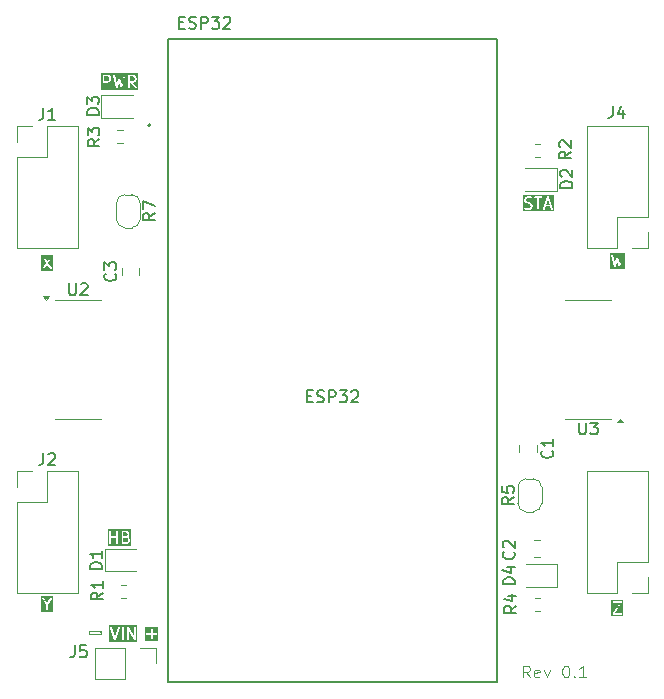
<source format=gbr>
%TF.GenerationSoftware,KiCad,Pcbnew,9.0.0*%
%TF.CreationDate,2025-02-22T16:31:39-08:00*%
%TF.ProjectId,TouchDRO,546f7563-6844-4524-9f2e-6b696361645f,0.1*%
%TF.SameCoordinates,Original*%
%TF.FileFunction,Legend,Top*%
%TF.FilePolarity,Positive*%
%FSLAX46Y46*%
G04 Gerber Fmt 4.6, Leading zero omitted, Abs format (unit mm)*
G04 Created by KiCad (PCBNEW 9.0.0) date 2025-02-22 16:31:39*
%MOMM*%
%LPD*%
G01*
G04 APERTURE LIST*
%ADD10C,0.150000*%
%ADD11C,0.125000*%
%ADD12C,0.120000*%
%ADD13C,0.127000*%
%ADD14C,0.200000*%
G04 APERTURE END LIST*
D10*
G36*
X58932489Y-89211621D02*
G01*
X57801244Y-89211621D01*
X57801244Y-88631367D01*
X57912355Y-88631367D01*
X57912355Y-88660631D01*
X57923554Y-88687667D01*
X57944246Y-88708359D01*
X57971282Y-88719558D01*
X57985914Y-88720999D01*
X58291866Y-88720999D01*
X58291866Y-89026951D01*
X58293307Y-89041583D01*
X58304506Y-89068619D01*
X58325198Y-89089311D01*
X58352234Y-89100510D01*
X58381498Y-89100510D01*
X58408534Y-89089311D01*
X58429226Y-89068619D01*
X58440425Y-89041583D01*
X58441866Y-89026951D01*
X58441866Y-88720999D01*
X58747819Y-88720999D01*
X58762451Y-88719558D01*
X58789487Y-88708359D01*
X58810179Y-88687667D01*
X58821378Y-88660631D01*
X58821378Y-88631367D01*
X58810179Y-88604331D01*
X58789487Y-88583639D01*
X58762451Y-88572440D01*
X58747819Y-88570999D01*
X58441866Y-88570999D01*
X58441866Y-88265047D01*
X58440425Y-88250415D01*
X58429226Y-88223379D01*
X58408534Y-88202687D01*
X58381498Y-88191488D01*
X58352234Y-88191488D01*
X58325198Y-88202687D01*
X58304506Y-88223379D01*
X58293307Y-88250415D01*
X58291866Y-88265047D01*
X58291866Y-88570999D01*
X57985914Y-88570999D01*
X57971282Y-88572440D01*
X57944246Y-88583639D01*
X57923554Y-88604331D01*
X57912355Y-88631367D01*
X57801244Y-88631367D01*
X57801244Y-88080377D01*
X58932489Y-88080377D01*
X58932489Y-89211621D01*
G37*
D11*
X90384571Y-92327119D02*
X90051238Y-91850928D01*
X89813143Y-92327119D02*
X89813143Y-91327119D01*
X89813143Y-91327119D02*
X90194095Y-91327119D01*
X90194095Y-91327119D02*
X90289333Y-91374738D01*
X90289333Y-91374738D02*
X90336952Y-91422357D01*
X90336952Y-91422357D02*
X90384571Y-91517595D01*
X90384571Y-91517595D02*
X90384571Y-91660452D01*
X90384571Y-91660452D02*
X90336952Y-91755690D01*
X90336952Y-91755690D02*
X90289333Y-91803309D01*
X90289333Y-91803309D02*
X90194095Y-91850928D01*
X90194095Y-91850928D02*
X89813143Y-91850928D01*
X91194095Y-92279500D02*
X91098857Y-92327119D01*
X91098857Y-92327119D02*
X90908381Y-92327119D01*
X90908381Y-92327119D02*
X90813143Y-92279500D01*
X90813143Y-92279500D02*
X90765524Y-92184261D01*
X90765524Y-92184261D02*
X90765524Y-91803309D01*
X90765524Y-91803309D02*
X90813143Y-91708071D01*
X90813143Y-91708071D02*
X90908381Y-91660452D01*
X90908381Y-91660452D02*
X91098857Y-91660452D01*
X91098857Y-91660452D02*
X91194095Y-91708071D01*
X91194095Y-91708071D02*
X91241714Y-91803309D01*
X91241714Y-91803309D02*
X91241714Y-91898547D01*
X91241714Y-91898547D02*
X90765524Y-91993785D01*
X91575048Y-91660452D02*
X91813143Y-92327119D01*
X91813143Y-92327119D02*
X92051238Y-91660452D01*
X93384572Y-91327119D02*
X93479810Y-91327119D01*
X93479810Y-91327119D02*
X93575048Y-91374738D01*
X93575048Y-91374738D02*
X93622667Y-91422357D01*
X93622667Y-91422357D02*
X93670286Y-91517595D01*
X93670286Y-91517595D02*
X93717905Y-91708071D01*
X93717905Y-91708071D02*
X93717905Y-91946166D01*
X93717905Y-91946166D02*
X93670286Y-92136642D01*
X93670286Y-92136642D02*
X93622667Y-92231880D01*
X93622667Y-92231880D02*
X93575048Y-92279500D01*
X93575048Y-92279500D02*
X93479810Y-92327119D01*
X93479810Y-92327119D02*
X93384572Y-92327119D01*
X93384572Y-92327119D02*
X93289334Y-92279500D01*
X93289334Y-92279500D02*
X93241715Y-92231880D01*
X93241715Y-92231880D02*
X93194096Y-92136642D01*
X93194096Y-92136642D02*
X93146477Y-91946166D01*
X93146477Y-91946166D02*
X93146477Y-91708071D01*
X93146477Y-91708071D02*
X93194096Y-91517595D01*
X93194096Y-91517595D02*
X93241715Y-91422357D01*
X93241715Y-91422357D02*
X93289334Y-91374738D01*
X93289334Y-91374738D02*
X93384572Y-91327119D01*
X94146477Y-92231880D02*
X94194096Y-92279500D01*
X94194096Y-92279500D02*
X94146477Y-92327119D01*
X94146477Y-92327119D02*
X94098858Y-92279500D01*
X94098858Y-92279500D02*
X94146477Y-92231880D01*
X94146477Y-92231880D02*
X94146477Y-92327119D01*
X95146476Y-92327119D02*
X94575048Y-92327119D01*
X94860762Y-92327119D02*
X94860762Y-91327119D01*
X94860762Y-91327119D02*
X94765524Y-91469976D01*
X94765524Y-91469976D02*
X94670286Y-91565214D01*
X94670286Y-91565214D02*
X94575048Y-91612833D01*
D10*
G36*
X54159621Y-88758244D02*
G01*
X53028377Y-88758244D01*
X53028377Y-88557501D01*
X53139488Y-88557501D01*
X53139488Y-88586765D01*
X53150687Y-88613801D01*
X53171379Y-88634493D01*
X53198415Y-88645692D01*
X53213047Y-88647133D01*
X53974951Y-88647133D01*
X53989583Y-88645692D01*
X54016619Y-88634493D01*
X54037311Y-88613801D01*
X54048510Y-88586765D01*
X54048510Y-88557501D01*
X54037311Y-88530465D01*
X54016619Y-88509773D01*
X53989583Y-88498574D01*
X53974951Y-88497133D01*
X53213047Y-88497133D01*
X53198415Y-88498574D01*
X53171379Y-88509773D01*
X53150687Y-88530465D01*
X53139488Y-88557501D01*
X53028377Y-88557501D01*
X53028377Y-88386022D01*
X54159621Y-88386022D01*
X54159621Y-88758244D01*
G37*
X92260380Y-73115466D02*
X92308000Y-73163085D01*
X92308000Y-73163085D02*
X92355619Y-73305942D01*
X92355619Y-73305942D02*
X92355619Y-73401180D01*
X92355619Y-73401180D02*
X92308000Y-73544037D01*
X92308000Y-73544037D02*
X92212761Y-73639275D01*
X92212761Y-73639275D02*
X92117523Y-73686894D01*
X92117523Y-73686894D02*
X91927047Y-73734513D01*
X91927047Y-73734513D02*
X91784190Y-73734513D01*
X91784190Y-73734513D02*
X91593714Y-73686894D01*
X91593714Y-73686894D02*
X91498476Y-73639275D01*
X91498476Y-73639275D02*
X91403238Y-73544037D01*
X91403238Y-73544037D02*
X91355619Y-73401180D01*
X91355619Y-73401180D02*
X91355619Y-73305942D01*
X91355619Y-73305942D02*
X91403238Y-73163085D01*
X91403238Y-73163085D02*
X91450857Y-73115466D01*
X92355619Y-72163085D02*
X92355619Y-72734513D01*
X92355619Y-72448799D02*
X91355619Y-72448799D01*
X91355619Y-72448799D02*
X91498476Y-72544037D01*
X91498476Y-72544037D02*
X91593714Y-72639275D01*
X91593714Y-72639275D02*
X91641333Y-72734513D01*
X53896419Y-44680094D02*
X52896419Y-44680094D01*
X52896419Y-44680094D02*
X52896419Y-44441999D01*
X52896419Y-44441999D02*
X52944038Y-44299142D01*
X52944038Y-44299142D02*
X53039276Y-44203904D01*
X53039276Y-44203904D02*
X53134514Y-44156285D01*
X53134514Y-44156285D02*
X53324990Y-44108666D01*
X53324990Y-44108666D02*
X53467847Y-44108666D01*
X53467847Y-44108666D02*
X53658323Y-44156285D01*
X53658323Y-44156285D02*
X53753561Y-44203904D01*
X53753561Y-44203904D02*
X53848800Y-44299142D01*
X53848800Y-44299142D02*
X53896419Y-44441999D01*
X53896419Y-44441999D02*
X53896419Y-44680094D01*
X52896419Y-43775332D02*
X52896419Y-43156285D01*
X52896419Y-43156285D02*
X53277371Y-43489618D01*
X53277371Y-43489618D02*
X53277371Y-43346761D01*
X53277371Y-43346761D02*
X53324990Y-43251523D01*
X53324990Y-43251523D02*
X53372609Y-43203904D01*
X53372609Y-43203904D02*
X53467847Y-43156285D01*
X53467847Y-43156285D02*
X53705942Y-43156285D01*
X53705942Y-43156285D02*
X53801180Y-43203904D01*
X53801180Y-43203904D02*
X53848800Y-43251523D01*
X53848800Y-43251523D02*
X53896419Y-43346761D01*
X53896419Y-43346761D02*
X53896419Y-43632475D01*
X53896419Y-43632475D02*
X53848800Y-43727713D01*
X53848800Y-43727713D02*
X53801180Y-43775332D01*
G36*
X56867287Y-41474077D02*
G01*
X56897694Y-41504484D01*
X56931952Y-41573000D01*
X56931952Y-41680447D01*
X56897694Y-41748963D01*
X56867287Y-41779370D01*
X56798771Y-41813628D01*
X56510524Y-41813628D01*
X56510524Y-41439819D01*
X56798771Y-41439819D01*
X56867287Y-41474077D01*
G37*
G36*
X54724430Y-41474077D02*
G01*
X54754837Y-41504484D01*
X54789095Y-41573000D01*
X54789095Y-41680447D01*
X54754837Y-41748963D01*
X54724430Y-41779370D01*
X54655914Y-41813628D01*
X54367667Y-41813628D01*
X54367667Y-41439819D01*
X54655914Y-41439819D01*
X54724430Y-41474077D01*
G37*
G36*
X57193063Y-42550913D02*
G01*
X54106556Y-42550913D01*
X54106556Y-41364819D01*
X54217667Y-41364819D01*
X54217667Y-42364819D01*
X54219108Y-42379451D01*
X54230307Y-42406487D01*
X54250999Y-42427179D01*
X54278035Y-42438378D01*
X54307299Y-42438378D01*
X54334335Y-42427179D01*
X54355027Y-42406487D01*
X54366226Y-42379451D01*
X54367667Y-42364819D01*
X54367667Y-41963628D01*
X54673619Y-41963628D01*
X54688251Y-41962187D01*
X54690740Y-41961155D01*
X54693428Y-41960965D01*
X54707160Y-41955710D01*
X54802398Y-41908091D01*
X54808697Y-41904126D01*
X54810525Y-41903369D01*
X54812581Y-41901680D01*
X54814841Y-41900259D01*
X54816140Y-41898760D01*
X54821890Y-41894042D01*
X54869509Y-41846423D01*
X54874227Y-41840673D01*
X54875726Y-41839374D01*
X54877147Y-41837114D01*
X54878836Y-41835058D01*
X54879593Y-41833230D01*
X54883558Y-41826931D01*
X54931177Y-41731693D01*
X54936432Y-41717962D01*
X54936623Y-41715272D01*
X54937654Y-41712784D01*
X54939095Y-41698152D01*
X54939095Y-41555295D01*
X54937654Y-41540663D01*
X54936623Y-41538174D01*
X54936432Y-41535485D01*
X54931177Y-41521754D01*
X54883558Y-41426516D01*
X54879593Y-41420216D01*
X54878836Y-41418389D01*
X54877147Y-41416332D01*
X54875726Y-41414073D01*
X54874227Y-41412773D01*
X54869509Y-41407024D01*
X54830108Y-41367623D01*
X55122481Y-41367623D01*
X55124469Y-41382191D01*
X55362564Y-42382191D01*
X55364293Y-42387210D01*
X55364533Y-42389012D01*
X55365475Y-42390640D01*
X55367354Y-42396091D01*
X55373740Y-42404915D01*
X55379195Y-42414337D01*
X55382252Y-42416677D01*
X55384511Y-42419798D01*
X55393786Y-42425505D01*
X55402433Y-42432124D01*
X55406153Y-42433116D01*
X55409433Y-42435134D01*
X55420187Y-42436858D01*
X55430709Y-42439664D01*
X55434524Y-42439157D01*
X55438328Y-42439767D01*
X55448926Y-42437243D01*
X55459717Y-42435810D01*
X55463048Y-42433881D01*
X55466796Y-42432989D01*
X55475620Y-42426602D01*
X55485042Y-42421148D01*
X55487382Y-42418090D01*
X55490503Y-42415832D01*
X55496210Y-42406556D01*
X55502829Y-42397910D01*
X55504854Y-42392510D01*
X55505839Y-42390910D01*
X55506126Y-42389118D01*
X55507992Y-42384144D01*
X55625999Y-41941613D01*
X55744008Y-42384144D01*
X55745873Y-42389119D01*
X55746161Y-42390910D01*
X55747145Y-42392509D01*
X55749171Y-42397911D01*
X55755791Y-42406559D01*
X55761497Y-42415832D01*
X55764617Y-42418090D01*
X55766958Y-42421148D01*
X55776379Y-42426602D01*
X55785204Y-42432989D01*
X55788951Y-42433881D01*
X55792283Y-42435810D01*
X55803076Y-42437244D01*
X55813672Y-42439767D01*
X55817473Y-42439157D01*
X55821292Y-42439665D01*
X55831823Y-42436856D01*
X55842567Y-42435134D01*
X55845843Y-42433118D01*
X55849567Y-42432125D01*
X55858217Y-42425503D01*
X55867489Y-42419798D01*
X55869747Y-42416677D01*
X55872805Y-42414337D01*
X55878260Y-42404914D01*
X55884646Y-42396091D01*
X55886523Y-42390642D01*
X55887467Y-42389013D01*
X55887706Y-42387209D01*
X55889436Y-42382191D01*
X56127532Y-41382191D01*
X56129520Y-41367623D01*
X56129070Y-41364819D01*
X56360524Y-41364819D01*
X56360524Y-42364819D01*
X56361965Y-42379451D01*
X56373164Y-42406487D01*
X56393856Y-42427179D01*
X56420892Y-42438378D01*
X56450156Y-42438378D01*
X56477192Y-42427179D01*
X56497884Y-42406487D01*
X56509083Y-42379451D01*
X56510524Y-42364819D01*
X56510524Y-41963628D01*
X56634570Y-41963628D01*
X56945510Y-42407829D01*
X56955081Y-42418989D01*
X56979760Y-42434716D01*
X57008577Y-42439802D01*
X57037148Y-42433472D01*
X57061122Y-42416690D01*
X57076849Y-42392012D01*
X57081934Y-42363194D01*
X57075605Y-42334623D01*
X57068395Y-42321810D01*
X56817591Y-41963518D01*
X56831108Y-41962187D01*
X56833597Y-41961155D01*
X56836285Y-41960965D01*
X56850017Y-41955710D01*
X56945255Y-41908091D01*
X56951554Y-41904126D01*
X56953382Y-41903369D01*
X56955438Y-41901680D01*
X56957698Y-41900259D01*
X56958997Y-41898760D01*
X56964747Y-41894042D01*
X57012366Y-41846423D01*
X57017084Y-41840673D01*
X57018583Y-41839374D01*
X57020004Y-41837114D01*
X57021693Y-41835058D01*
X57022450Y-41833230D01*
X57026415Y-41826931D01*
X57074034Y-41731693D01*
X57079289Y-41717962D01*
X57079480Y-41715272D01*
X57080511Y-41712784D01*
X57081952Y-41698152D01*
X57081952Y-41555295D01*
X57080511Y-41540663D01*
X57079480Y-41538174D01*
X57079289Y-41535485D01*
X57074034Y-41521754D01*
X57026415Y-41426516D01*
X57022450Y-41420216D01*
X57021693Y-41418389D01*
X57020004Y-41416332D01*
X57018583Y-41414073D01*
X57017084Y-41412773D01*
X57012366Y-41407024D01*
X56964747Y-41359405D01*
X56958997Y-41354686D01*
X56957698Y-41353188D01*
X56955438Y-41351766D01*
X56953382Y-41350078D01*
X56951554Y-41349320D01*
X56945255Y-41345356D01*
X56850017Y-41297737D01*
X56836285Y-41292482D01*
X56833597Y-41292291D01*
X56831108Y-41291260D01*
X56816476Y-41289819D01*
X56435524Y-41289819D01*
X56420892Y-41291260D01*
X56393856Y-41302459D01*
X56373164Y-41323151D01*
X56361965Y-41350187D01*
X56360524Y-41364819D01*
X56129070Y-41364819D01*
X56124887Y-41338728D01*
X56109551Y-41313806D01*
X56085844Y-41296650D01*
X56057376Y-41289871D01*
X56028481Y-41294504D01*
X56003559Y-41309840D01*
X55986402Y-41333547D01*
X55981612Y-41347448D01*
X55812359Y-42058303D01*
X55698468Y-41631208D01*
X55697182Y-41627780D01*
X55696991Y-41626339D01*
X55695999Y-41624626D01*
X55693305Y-41617442D01*
X55687290Y-41609583D01*
X55682329Y-41601015D01*
X55678470Y-41598061D01*
X55675518Y-41594204D01*
X55666953Y-41589245D01*
X55659091Y-41583227D01*
X55654394Y-41581974D01*
X55650193Y-41579542D01*
X55640386Y-41578239D01*
X55630816Y-41575687D01*
X55625997Y-41576327D01*
X55621185Y-41575688D01*
X55611624Y-41578237D01*
X55601807Y-41579542D01*
X55597601Y-41581976D01*
X55592909Y-41583228D01*
X55585049Y-41589243D01*
X55576482Y-41594204D01*
X55573528Y-41598062D01*
X55569671Y-41601015D01*
X55564712Y-41609580D01*
X55558695Y-41617441D01*
X55555998Y-41624630D01*
X55555009Y-41626340D01*
X55554817Y-41627779D01*
X55553532Y-41631208D01*
X55439640Y-42058303D01*
X55270389Y-41347447D01*
X55265599Y-41333547D01*
X55248442Y-41309840D01*
X55223520Y-41294504D01*
X55194625Y-41289871D01*
X55166157Y-41296649D01*
X55142450Y-41313806D01*
X55127114Y-41338728D01*
X55122481Y-41367623D01*
X54830108Y-41367623D01*
X54821890Y-41359405D01*
X54816140Y-41354686D01*
X54814841Y-41353188D01*
X54812581Y-41351766D01*
X54810525Y-41350078D01*
X54808697Y-41349320D01*
X54802398Y-41345356D01*
X54707160Y-41297737D01*
X54693428Y-41292482D01*
X54690740Y-41292291D01*
X54688251Y-41291260D01*
X54673619Y-41289819D01*
X54292667Y-41289819D01*
X54278035Y-41291260D01*
X54250999Y-41302459D01*
X54230307Y-41323151D01*
X54219108Y-41350187D01*
X54217667Y-41364819D01*
X54106556Y-41364819D01*
X54106556Y-41178708D01*
X57193063Y-41178708D01*
X57193063Y-42550913D01*
G37*
X54150419Y-83135694D02*
X53150419Y-83135694D01*
X53150419Y-83135694D02*
X53150419Y-82897599D01*
X53150419Y-82897599D02*
X53198038Y-82754742D01*
X53198038Y-82754742D02*
X53293276Y-82659504D01*
X53293276Y-82659504D02*
X53388514Y-82611885D01*
X53388514Y-82611885D02*
X53578990Y-82564266D01*
X53578990Y-82564266D02*
X53721847Y-82564266D01*
X53721847Y-82564266D02*
X53912323Y-82611885D01*
X53912323Y-82611885D02*
X54007561Y-82659504D01*
X54007561Y-82659504D02*
X54102800Y-82754742D01*
X54102800Y-82754742D02*
X54150419Y-82897599D01*
X54150419Y-82897599D02*
X54150419Y-83135694D01*
X54150419Y-81611885D02*
X54150419Y-82183313D01*
X54150419Y-81897599D02*
X53150419Y-81897599D01*
X53150419Y-81897599D02*
X53293276Y-81992837D01*
X53293276Y-81992837D02*
X53388514Y-82088075D01*
X53388514Y-82088075D02*
X53436133Y-82183313D01*
G36*
X56323581Y-80562180D02*
G01*
X56350075Y-80588674D01*
X56384333Y-80657190D01*
X56384333Y-80764637D01*
X56350074Y-80833153D01*
X56319667Y-80863561D01*
X56251152Y-80897819D01*
X55962905Y-80897819D01*
X55962905Y-80524009D01*
X56209068Y-80524009D01*
X56323581Y-80562180D01*
G37*
G36*
X56272049Y-80082077D02*
G01*
X56302456Y-80112484D01*
X56336714Y-80181000D01*
X56336714Y-80240828D01*
X56302456Y-80309344D01*
X56272049Y-80339751D01*
X56203533Y-80374009D01*
X55962905Y-80374009D01*
X55962905Y-80047819D01*
X56203533Y-80047819D01*
X56272049Y-80082077D01*
G37*
G36*
X56645444Y-81158930D02*
G01*
X54654175Y-81158930D01*
X54654175Y-79972819D01*
X54765286Y-79972819D01*
X54765286Y-80972819D01*
X54766727Y-80987451D01*
X54777926Y-81014487D01*
X54798618Y-81035179D01*
X54825654Y-81046378D01*
X54854918Y-81046378D01*
X54881954Y-81035179D01*
X54902646Y-81014487D01*
X54913845Y-80987451D01*
X54915286Y-80972819D01*
X54915286Y-80524009D01*
X55336714Y-80524009D01*
X55336714Y-80972819D01*
X55338155Y-80987451D01*
X55349354Y-81014487D01*
X55370046Y-81035179D01*
X55397082Y-81046378D01*
X55426346Y-81046378D01*
X55453382Y-81035179D01*
X55474074Y-81014487D01*
X55485273Y-80987451D01*
X55486714Y-80972819D01*
X55486714Y-79972819D01*
X55812905Y-79972819D01*
X55812905Y-80972819D01*
X55814346Y-80987451D01*
X55825545Y-81014487D01*
X55846237Y-81035179D01*
X55873273Y-81046378D01*
X55887905Y-81047819D01*
X56268857Y-81047819D01*
X56283489Y-81046378D01*
X56285978Y-81045346D01*
X56288666Y-81045156D01*
X56302398Y-81039901D01*
X56397636Y-80992282D01*
X56403935Y-80988317D01*
X56405763Y-80987560D01*
X56407819Y-80985872D01*
X56410079Y-80984450D01*
X56411379Y-80982950D01*
X56417129Y-80978232D01*
X56464747Y-80930613D01*
X56469465Y-80924863D01*
X56470964Y-80923564D01*
X56472385Y-80921305D01*
X56474075Y-80919247D01*
X56474832Y-80917417D01*
X56478796Y-80911121D01*
X56526415Y-80815883D01*
X56531670Y-80802152D01*
X56531861Y-80799462D01*
X56532892Y-80796974D01*
X56534333Y-80782342D01*
X56534333Y-80639485D01*
X56532892Y-80624853D01*
X56531861Y-80622364D01*
X56531670Y-80619675D01*
X56526415Y-80605944D01*
X56478796Y-80510706D01*
X56474831Y-80504406D01*
X56474074Y-80502579D01*
X56472385Y-80500522D01*
X56470964Y-80498263D01*
X56469465Y-80496963D01*
X56464747Y-80491214D01*
X56417128Y-80443595D01*
X56405763Y-80434268D01*
X56403272Y-80433236D01*
X56401237Y-80431471D01*
X56395169Y-80428762D01*
X56417128Y-80406804D01*
X56421846Y-80401054D01*
X56423345Y-80399755D01*
X56424766Y-80397495D01*
X56426455Y-80395439D01*
X56427212Y-80393611D01*
X56431177Y-80387312D01*
X56478796Y-80292074D01*
X56484051Y-80278343D01*
X56484242Y-80275653D01*
X56485273Y-80273165D01*
X56486714Y-80258533D01*
X56486714Y-80163295D01*
X56485273Y-80148663D01*
X56484242Y-80146174D01*
X56484051Y-80143485D01*
X56478796Y-80129754D01*
X56431177Y-80034516D01*
X56427212Y-80028216D01*
X56426455Y-80026389D01*
X56424766Y-80024332D01*
X56423345Y-80022073D01*
X56421846Y-80020773D01*
X56417128Y-80015024D01*
X56369509Y-79967405D01*
X56363759Y-79962686D01*
X56362460Y-79961188D01*
X56360200Y-79959766D01*
X56358144Y-79958078D01*
X56356316Y-79957320D01*
X56350017Y-79953356D01*
X56254779Y-79905737D01*
X56241047Y-79900482D01*
X56238359Y-79900291D01*
X56235870Y-79899260D01*
X56221238Y-79897819D01*
X55887905Y-79897819D01*
X55873273Y-79899260D01*
X55846237Y-79910459D01*
X55825545Y-79931151D01*
X55814346Y-79958187D01*
X55812905Y-79972819D01*
X55486714Y-79972819D01*
X55485273Y-79958187D01*
X55474074Y-79931151D01*
X55453382Y-79910459D01*
X55426346Y-79899260D01*
X55397082Y-79899260D01*
X55370046Y-79910459D01*
X55349354Y-79931151D01*
X55338155Y-79958187D01*
X55336714Y-79972819D01*
X55336714Y-80374009D01*
X54915286Y-80374009D01*
X54915286Y-79972819D01*
X54913845Y-79958187D01*
X54902646Y-79931151D01*
X54881954Y-79910459D01*
X54854918Y-79899260D01*
X54825654Y-79899260D01*
X54798618Y-79910459D01*
X54777926Y-79931151D01*
X54766727Y-79958187D01*
X54765286Y-79972819D01*
X54654175Y-79972819D01*
X54654175Y-79786708D01*
X56645444Y-79786708D01*
X56645444Y-81158930D01*
G37*
X97405866Y-43955619D02*
X97405866Y-44669904D01*
X97405866Y-44669904D02*
X97358247Y-44812761D01*
X97358247Y-44812761D02*
X97263009Y-44908000D01*
X97263009Y-44908000D02*
X97120152Y-44955619D01*
X97120152Y-44955619D02*
X97024914Y-44955619D01*
X98310628Y-44288952D02*
X98310628Y-44955619D01*
X98072533Y-43908000D02*
X97834438Y-44622285D01*
X97834438Y-44622285D02*
X98453485Y-44622285D01*
G36*
X98404631Y-57740078D02*
G01*
X97175370Y-57740078D01*
X97175370Y-56556823D01*
X97286481Y-56556823D01*
X97288469Y-56571391D01*
X97526564Y-57571391D01*
X97528293Y-57576410D01*
X97528533Y-57578212D01*
X97529475Y-57579840D01*
X97531354Y-57585291D01*
X97537740Y-57594115D01*
X97543195Y-57603537D01*
X97546252Y-57605877D01*
X97548511Y-57608998D01*
X97557786Y-57614705D01*
X97566433Y-57621324D01*
X97570153Y-57622316D01*
X97573433Y-57624334D01*
X97584187Y-57626058D01*
X97594709Y-57628864D01*
X97598524Y-57628357D01*
X97602328Y-57628967D01*
X97612926Y-57626443D01*
X97623717Y-57625010D01*
X97627048Y-57623081D01*
X97630796Y-57622189D01*
X97639620Y-57615802D01*
X97649042Y-57610348D01*
X97651382Y-57607290D01*
X97654503Y-57605032D01*
X97660210Y-57595756D01*
X97666829Y-57587110D01*
X97668854Y-57581710D01*
X97669839Y-57580110D01*
X97670126Y-57578318D01*
X97671992Y-57573344D01*
X97789999Y-57130813D01*
X97908008Y-57573344D01*
X97909873Y-57578319D01*
X97910161Y-57580110D01*
X97911145Y-57581709D01*
X97913171Y-57587111D01*
X97919791Y-57595759D01*
X97925497Y-57605032D01*
X97928617Y-57607290D01*
X97930958Y-57610348D01*
X97940379Y-57615802D01*
X97949204Y-57622189D01*
X97952951Y-57623081D01*
X97956283Y-57625010D01*
X97967076Y-57626444D01*
X97977672Y-57628967D01*
X97981473Y-57628357D01*
X97985292Y-57628865D01*
X97995823Y-57626056D01*
X98006567Y-57624334D01*
X98009843Y-57622318D01*
X98013567Y-57621325D01*
X98022217Y-57614703D01*
X98031489Y-57608998D01*
X98033747Y-57605877D01*
X98036805Y-57603537D01*
X98042260Y-57594114D01*
X98048646Y-57585291D01*
X98050523Y-57579842D01*
X98051467Y-57578213D01*
X98051706Y-57576409D01*
X98053436Y-57571391D01*
X98291532Y-56571391D01*
X98293520Y-56556823D01*
X98288887Y-56527928D01*
X98273551Y-56503006D01*
X98249844Y-56485850D01*
X98221376Y-56479071D01*
X98192481Y-56483704D01*
X98167559Y-56499040D01*
X98150402Y-56522747D01*
X98145612Y-56536648D01*
X97976359Y-57247503D01*
X97862468Y-56820408D01*
X97861182Y-56816980D01*
X97860991Y-56815539D01*
X97859999Y-56813826D01*
X97857305Y-56806642D01*
X97851290Y-56798783D01*
X97846329Y-56790215D01*
X97842470Y-56787261D01*
X97839518Y-56783404D01*
X97830953Y-56778445D01*
X97823091Y-56772427D01*
X97818394Y-56771174D01*
X97814193Y-56768742D01*
X97804386Y-56767439D01*
X97794816Y-56764887D01*
X97789997Y-56765527D01*
X97785185Y-56764888D01*
X97775624Y-56767437D01*
X97765807Y-56768742D01*
X97761601Y-56771176D01*
X97756909Y-56772428D01*
X97749049Y-56778443D01*
X97740482Y-56783404D01*
X97737528Y-56787262D01*
X97733671Y-56790215D01*
X97728712Y-56798780D01*
X97722695Y-56806641D01*
X97719998Y-56813830D01*
X97719009Y-56815540D01*
X97718817Y-56816979D01*
X97717532Y-56820408D01*
X97603640Y-57247503D01*
X97434389Y-56536647D01*
X97429599Y-56522747D01*
X97412442Y-56499040D01*
X97387520Y-56483704D01*
X97358625Y-56479071D01*
X97330157Y-56485849D01*
X97306450Y-56503006D01*
X97291114Y-56527928D01*
X97286481Y-56556823D01*
X97175370Y-56556823D01*
X97175370Y-56367960D01*
X98404631Y-56367960D01*
X98404631Y-57740078D01*
G37*
X60692143Y-36876009D02*
X61025476Y-36876009D01*
X61168333Y-37399819D02*
X60692143Y-37399819D01*
X60692143Y-37399819D02*
X60692143Y-36399819D01*
X60692143Y-36399819D02*
X61168333Y-36399819D01*
X61549286Y-37352200D02*
X61692143Y-37399819D01*
X61692143Y-37399819D02*
X61930238Y-37399819D01*
X61930238Y-37399819D02*
X62025476Y-37352200D01*
X62025476Y-37352200D02*
X62073095Y-37304580D01*
X62073095Y-37304580D02*
X62120714Y-37209342D01*
X62120714Y-37209342D02*
X62120714Y-37114104D01*
X62120714Y-37114104D02*
X62073095Y-37018866D01*
X62073095Y-37018866D02*
X62025476Y-36971247D01*
X62025476Y-36971247D02*
X61930238Y-36923628D01*
X61930238Y-36923628D02*
X61739762Y-36876009D01*
X61739762Y-36876009D02*
X61644524Y-36828390D01*
X61644524Y-36828390D02*
X61596905Y-36780771D01*
X61596905Y-36780771D02*
X61549286Y-36685533D01*
X61549286Y-36685533D02*
X61549286Y-36590295D01*
X61549286Y-36590295D02*
X61596905Y-36495057D01*
X61596905Y-36495057D02*
X61644524Y-36447438D01*
X61644524Y-36447438D02*
X61739762Y-36399819D01*
X61739762Y-36399819D02*
X61977857Y-36399819D01*
X61977857Y-36399819D02*
X62120714Y-36447438D01*
X62549286Y-37399819D02*
X62549286Y-36399819D01*
X62549286Y-36399819D02*
X62930238Y-36399819D01*
X62930238Y-36399819D02*
X63025476Y-36447438D01*
X63025476Y-36447438D02*
X63073095Y-36495057D01*
X63073095Y-36495057D02*
X63120714Y-36590295D01*
X63120714Y-36590295D02*
X63120714Y-36733152D01*
X63120714Y-36733152D02*
X63073095Y-36828390D01*
X63073095Y-36828390D02*
X63025476Y-36876009D01*
X63025476Y-36876009D02*
X62930238Y-36923628D01*
X62930238Y-36923628D02*
X62549286Y-36923628D01*
X63454048Y-36399819D02*
X64073095Y-36399819D01*
X64073095Y-36399819D02*
X63739762Y-36780771D01*
X63739762Y-36780771D02*
X63882619Y-36780771D01*
X63882619Y-36780771D02*
X63977857Y-36828390D01*
X63977857Y-36828390D02*
X64025476Y-36876009D01*
X64025476Y-36876009D02*
X64073095Y-36971247D01*
X64073095Y-36971247D02*
X64073095Y-37209342D01*
X64073095Y-37209342D02*
X64025476Y-37304580D01*
X64025476Y-37304580D02*
X63977857Y-37352200D01*
X63977857Y-37352200D02*
X63882619Y-37399819D01*
X63882619Y-37399819D02*
X63596905Y-37399819D01*
X63596905Y-37399819D02*
X63501667Y-37352200D01*
X63501667Y-37352200D02*
X63454048Y-37304580D01*
X64454048Y-36495057D02*
X64501667Y-36447438D01*
X64501667Y-36447438D02*
X64596905Y-36399819D01*
X64596905Y-36399819D02*
X64835000Y-36399819D01*
X64835000Y-36399819D02*
X64930238Y-36447438D01*
X64930238Y-36447438D02*
X64977857Y-36495057D01*
X64977857Y-36495057D02*
X65025476Y-36590295D01*
X65025476Y-36590295D02*
X65025476Y-36685533D01*
X65025476Y-36685533D02*
X64977857Y-36828390D01*
X64977857Y-36828390D02*
X64406429Y-37399819D01*
X64406429Y-37399819D02*
X65025476Y-37399819D01*
X71517143Y-68511009D02*
X71850476Y-68511009D01*
X71993333Y-69034819D02*
X71517143Y-69034819D01*
X71517143Y-69034819D02*
X71517143Y-68034819D01*
X71517143Y-68034819D02*
X71993333Y-68034819D01*
X72374286Y-68987200D02*
X72517143Y-69034819D01*
X72517143Y-69034819D02*
X72755238Y-69034819D01*
X72755238Y-69034819D02*
X72850476Y-68987200D01*
X72850476Y-68987200D02*
X72898095Y-68939580D01*
X72898095Y-68939580D02*
X72945714Y-68844342D01*
X72945714Y-68844342D02*
X72945714Y-68749104D01*
X72945714Y-68749104D02*
X72898095Y-68653866D01*
X72898095Y-68653866D02*
X72850476Y-68606247D01*
X72850476Y-68606247D02*
X72755238Y-68558628D01*
X72755238Y-68558628D02*
X72564762Y-68511009D01*
X72564762Y-68511009D02*
X72469524Y-68463390D01*
X72469524Y-68463390D02*
X72421905Y-68415771D01*
X72421905Y-68415771D02*
X72374286Y-68320533D01*
X72374286Y-68320533D02*
X72374286Y-68225295D01*
X72374286Y-68225295D02*
X72421905Y-68130057D01*
X72421905Y-68130057D02*
X72469524Y-68082438D01*
X72469524Y-68082438D02*
X72564762Y-68034819D01*
X72564762Y-68034819D02*
X72802857Y-68034819D01*
X72802857Y-68034819D02*
X72945714Y-68082438D01*
X73374286Y-69034819D02*
X73374286Y-68034819D01*
X73374286Y-68034819D02*
X73755238Y-68034819D01*
X73755238Y-68034819D02*
X73850476Y-68082438D01*
X73850476Y-68082438D02*
X73898095Y-68130057D01*
X73898095Y-68130057D02*
X73945714Y-68225295D01*
X73945714Y-68225295D02*
X73945714Y-68368152D01*
X73945714Y-68368152D02*
X73898095Y-68463390D01*
X73898095Y-68463390D02*
X73850476Y-68511009D01*
X73850476Y-68511009D02*
X73755238Y-68558628D01*
X73755238Y-68558628D02*
X73374286Y-68558628D01*
X74279048Y-68034819D02*
X74898095Y-68034819D01*
X74898095Y-68034819D02*
X74564762Y-68415771D01*
X74564762Y-68415771D02*
X74707619Y-68415771D01*
X74707619Y-68415771D02*
X74802857Y-68463390D01*
X74802857Y-68463390D02*
X74850476Y-68511009D01*
X74850476Y-68511009D02*
X74898095Y-68606247D01*
X74898095Y-68606247D02*
X74898095Y-68844342D01*
X74898095Y-68844342D02*
X74850476Y-68939580D01*
X74850476Y-68939580D02*
X74802857Y-68987200D01*
X74802857Y-68987200D02*
X74707619Y-69034819D01*
X74707619Y-69034819D02*
X74421905Y-69034819D01*
X74421905Y-69034819D02*
X74326667Y-68987200D01*
X74326667Y-68987200D02*
X74279048Y-68939580D01*
X75279048Y-68130057D02*
X75326667Y-68082438D01*
X75326667Y-68082438D02*
X75421905Y-68034819D01*
X75421905Y-68034819D02*
X75660000Y-68034819D01*
X75660000Y-68034819D02*
X75755238Y-68082438D01*
X75755238Y-68082438D02*
X75802857Y-68130057D01*
X75802857Y-68130057D02*
X75850476Y-68225295D01*
X75850476Y-68225295D02*
X75850476Y-68320533D01*
X75850476Y-68320533D02*
X75802857Y-68463390D01*
X75802857Y-68463390D02*
X75231429Y-69034819D01*
X75231429Y-69034819D02*
X75850476Y-69034819D01*
X53947219Y-46750266D02*
X53471028Y-47083599D01*
X53947219Y-47321694D02*
X52947219Y-47321694D01*
X52947219Y-47321694D02*
X52947219Y-46940742D01*
X52947219Y-46940742D02*
X52994838Y-46845504D01*
X52994838Y-46845504D02*
X53042457Y-46797885D01*
X53042457Y-46797885D02*
X53137695Y-46750266D01*
X53137695Y-46750266D02*
X53280552Y-46750266D01*
X53280552Y-46750266D02*
X53375790Y-46797885D01*
X53375790Y-46797885D02*
X53423409Y-46845504D01*
X53423409Y-46845504D02*
X53471028Y-46940742D01*
X53471028Y-46940742D02*
X53471028Y-47321694D01*
X52947219Y-46416932D02*
X52947219Y-45797885D01*
X52947219Y-45797885D02*
X53328171Y-46131218D01*
X53328171Y-46131218D02*
X53328171Y-45988361D01*
X53328171Y-45988361D02*
X53375790Y-45893123D01*
X53375790Y-45893123D02*
X53423409Y-45845504D01*
X53423409Y-45845504D02*
X53518647Y-45797885D01*
X53518647Y-45797885D02*
X53756742Y-45797885D01*
X53756742Y-45797885D02*
X53851980Y-45845504D01*
X53851980Y-45845504D02*
X53899600Y-45893123D01*
X53899600Y-45893123D02*
X53947219Y-45988361D01*
X53947219Y-45988361D02*
X53947219Y-46274075D01*
X53947219Y-46274075D02*
X53899600Y-46369313D01*
X53899600Y-46369313D02*
X53851980Y-46416932D01*
X49196666Y-44114819D02*
X49196666Y-44829104D01*
X49196666Y-44829104D02*
X49149047Y-44971961D01*
X49149047Y-44971961D02*
X49053809Y-45067200D01*
X49053809Y-45067200D02*
X48910952Y-45114819D01*
X48910952Y-45114819D02*
X48815714Y-45114819D01*
X50196666Y-45114819D02*
X49625238Y-45114819D01*
X49910952Y-45114819D02*
X49910952Y-44114819D01*
X49910952Y-44114819D02*
X49815714Y-44257676D01*
X49815714Y-44257676D02*
X49720476Y-44352914D01*
X49720476Y-44352914D02*
X49625238Y-44400533D01*
G36*
X50049444Y-57917930D02*
G01*
X49010556Y-57917930D01*
X49010556Y-56731740D01*
X49121667Y-56731740D01*
X49127346Y-56760448D01*
X49134263Y-56773421D01*
X49439861Y-57231819D01*
X49134263Y-57690217D01*
X49127346Y-57703190D01*
X49121667Y-57731898D01*
X49127406Y-57760592D01*
X49143689Y-57784907D01*
X49168038Y-57801140D01*
X49196746Y-57806819D01*
X49225440Y-57801080D01*
X49249755Y-57784797D01*
X49259071Y-57773421D01*
X49530000Y-57367027D01*
X49800929Y-57773421D01*
X49810245Y-57784797D01*
X49834560Y-57801080D01*
X49863254Y-57806819D01*
X49891962Y-57801140D01*
X49916311Y-57784907D01*
X49932594Y-57760592D01*
X49938333Y-57731898D01*
X49932654Y-57703190D01*
X49925737Y-57690216D01*
X49620139Y-57231819D01*
X49925737Y-56773422D01*
X49932654Y-56760448D01*
X49938333Y-56731740D01*
X49932594Y-56703046D01*
X49916311Y-56678731D01*
X49891962Y-56662498D01*
X49863254Y-56656819D01*
X49834560Y-56662558D01*
X49810245Y-56678841D01*
X49800929Y-56690217D01*
X49530000Y-57096610D01*
X49259071Y-56690217D01*
X49249755Y-56678841D01*
X49225440Y-56662558D01*
X49196746Y-56656819D01*
X49168038Y-56662498D01*
X49143689Y-56678731D01*
X49127406Y-56703046D01*
X49121667Y-56731740D01*
X49010556Y-56731740D01*
X49010556Y-56545708D01*
X50049444Y-56545708D01*
X50049444Y-57917930D01*
G37*
X93977619Y-50877694D02*
X92977619Y-50877694D01*
X92977619Y-50877694D02*
X92977619Y-50639599D01*
X92977619Y-50639599D02*
X93025238Y-50496742D01*
X93025238Y-50496742D02*
X93120476Y-50401504D01*
X93120476Y-50401504D02*
X93215714Y-50353885D01*
X93215714Y-50353885D02*
X93406190Y-50306266D01*
X93406190Y-50306266D02*
X93549047Y-50306266D01*
X93549047Y-50306266D02*
X93739523Y-50353885D01*
X93739523Y-50353885D02*
X93834761Y-50401504D01*
X93834761Y-50401504D02*
X93930000Y-50496742D01*
X93930000Y-50496742D02*
X93977619Y-50639599D01*
X93977619Y-50639599D02*
X93977619Y-50877694D01*
X93072857Y-49925313D02*
X93025238Y-49877694D01*
X93025238Y-49877694D02*
X92977619Y-49782456D01*
X92977619Y-49782456D02*
X92977619Y-49544361D01*
X92977619Y-49544361D02*
X93025238Y-49449123D01*
X93025238Y-49449123D02*
X93072857Y-49401504D01*
X93072857Y-49401504D02*
X93168095Y-49353885D01*
X93168095Y-49353885D02*
X93263333Y-49353885D01*
X93263333Y-49353885D02*
X93406190Y-49401504D01*
X93406190Y-49401504D02*
X93977619Y-49972932D01*
X93977619Y-49972932D02*
X93977619Y-49353885D01*
G36*
X92050181Y-52291104D02*
G01*
X91782105Y-52291104D01*
X91916143Y-51888989D01*
X92050181Y-52291104D01*
G37*
G36*
X92434998Y-52837930D02*
G01*
X89777651Y-52837930D01*
X89777651Y-51842295D01*
X89888762Y-51842295D01*
X89888762Y-51937533D01*
X89890203Y-51952165D01*
X89891234Y-51954654D01*
X89891425Y-51957342D01*
X89896680Y-51971074D01*
X89944299Y-52066312D01*
X89948263Y-52072611D01*
X89949021Y-52074439D01*
X89950709Y-52076495D01*
X89952131Y-52078755D01*
X89953629Y-52080054D01*
X89958348Y-52085804D01*
X90005967Y-52133423D01*
X90011716Y-52138141D01*
X90013016Y-52139640D01*
X90015275Y-52141061D01*
X90017332Y-52142750D01*
X90019159Y-52143507D01*
X90025459Y-52147472D01*
X90120697Y-52195091D01*
X90121766Y-52195500D01*
X90122202Y-52195823D01*
X90128338Y-52198015D01*
X90134428Y-52200346D01*
X90134968Y-52200384D01*
X90136048Y-52200770D01*
X90318538Y-52246392D01*
X90395525Y-52284886D01*
X90425932Y-52315293D01*
X90460190Y-52383809D01*
X90460190Y-52443637D01*
X90425931Y-52512153D01*
X90395524Y-52542561D01*
X90327009Y-52576819D01*
X90118789Y-52576819D01*
X89987479Y-52533049D01*
X89973142Y-52529789D01*
X89943952Y-52531864D01*
X89917779Y-52544950D01*
X89898605Y-52567057D01*
X89889351Y-52594820D01*
X89891426Y-52624010D01*
X89904512Y-52650183D01*
X89926619Y-52669357D01*
X89940045Y-52675351D01*
X90082901Y-52722970D01*
X90090156Y-52724619D01*
X90091987Y-52725378D01*
X90094640Y-52725639D01*
X90097238Y-52726230D01*
X90099212Y-52726089D01*
X90106619Y-52726819D01*
X90344714Y-52726819D01*
X90359346Y-52725378D01*
X90361835Y-52724346D01*
X90364523Y-52724156D01*
X90378255Y-52718901D01*
X90473493Y-52671282D01*
X90479792Y-52667317D01*
X90481620Y-52666560D01*
X90483676Y-52664872D01*
X90485936Y-52663450D01*
X90487236Y-52661950D01*
X90492986Y-52657232D01*
X90540604Y-52609613D01*
X90545322Y-52603863D01*
X90546821Y-52602564D01*
X90548242Y-52600305D01*
X90549932Y-52598247D01*
X90550689Y-52596417D01*
X90554653Y-52590121D01*
X90602272Y-52494883D01*
X90607527Y-52481152D01*
X90607718Y-52478462D01*
X90608749Y-52475974D01*
X90610190Y-52461342D01*
X90610190Y-52366104D01*
X90608749Y-52351472D01*
X90607718Y-52348983D01*
X90607527Y-52346294D01*
X90602272Y-52332563D01*
X90554653Y-52237325D01*
X90550688Y-52231025D01*
X90549931Y-52229198D01*
X90548242Y-52227141D01*
X90546821Y-52224882D01*
X90545322Y-52223582D01*
X90540604Y-52217833D01*
X90492985Y-52170214D01*
X90487235Y-52165495D01*
X90485936Y-52163997D01*
X90483676Y-52162575D01*
X90481620Y-52160887D01*
X90479792Y-52160129D01*
X90473493Y-52156165D01*
X90378255Y-52108546D01*
X90377185Y-52108136D01*
X90376750Y-52107814D01*
X90370604Y-52105618D01*
X90364523Y-52103291D01*
X90363983Y-52103252D01*
X90362904Y-52102867D01*
X90180414Y-52057244D01*
X90103427Y-52018751D01*
X90073020Y-51988344D01*
X90038762Y-51919828D01*
X90038762Y-51860000D01*
X90073020Y-51791484D01*
X90103427Y-51761077D01*
X90171943Y-51726819D01*
X90380163Y-51726819D01*
X90511472Y-51770589D01*
X90525809Y-51773849D01*
X90554999Y-51771774D01*
X90581173Y-51758688D01*
X90600347Y-51736580D01*
X90609601Y-51708818D01*
X90607526Y-51679628D01*
X90594439Y-51653455D01*
X90575683Y-51637187D01*
X90747346Y-51637187D01*
X90747346Y-51666451D01*
X90758545Y-51693487D01*
X90779237Y-51714179D01*
X90806273Y-51725378D01*
X90820905Y-51726819D01*
X91031619Y-51726819D01*
X91031619Y-52651819D01*
X91033060Y-52666451D01*
X91044259Y-52693487D01*
X91064951Y-52714179D01*
X91091987Y-52725378D01*
X91121251Y-52725378D01*
X91148287Y-52714179D01*
X91168979Y-52693487D01*
X91180178Y-52666451D01*
X91181619Y-52651819D01*
X91181619Y-52642439D01*
X91508399Y-52642439D01*
X91510474Y-52671629D01*
X91523560Y-52697802D01*
X91545667Y-52716976D01*
X91573430Y-52726230D01*
X91602620Y-52724155D01*
X91628793Y-52711069D01*
X91647967Y-52688962D01*
X91653961Y-52675536D01*
X91732105Y-52441104D01*
X92100181Y-52441104D01*
X92178325Y-52675536D01*
X92184319Y-52688961D01*
X92203493Y-52711068D01*
X92229666Y-52724155D01*
X92258856Y-52726230D01*
X92286618Y-52716976D01*
X92308726Y-52697802D01*
X92321812Y-52671628D01*
X92323887Y-52642438D01*
X92320627Y-52628102D01*
X91987294Y-51628102D01*
X91981300Y-51614676D01*
X91977788Y-51610627D01*
X91975393Y-51605836D01*
X91968289Y-51599674D01*
X91962126Y-51592569D01*
X91957332Y-51590172D01*
X91953285Y-51586662D01*
X91944363Y-51583688D01*
X91935953Y-51579483D01*
X91930608Y-51579103D01*
X91925523Y-51577408D01*
X91916143Y-51578074D01*
X91906763Y-51577408D01*
X91901677Y-51579103D01*
X91896333Y-51579483D01*
X91887925Y-51583687D01*
X91879000Y-51586662D01*
X91874949Y-51590175D01*
X91870160Y-51592570D01*
X91864001Y-51599670D01*
X91856893Y-51605836D01*
X91854496Y-51610629D01*
X91850986Y-51614677D01*
X91844992Y-51628102D01*
X91511659Y-52628102D01*
X91508399Y-52642439D01*
X91181619Y-52642439D01*
X91181619Y-51726819D01*
X91392333Y-51726819D01*
X91406965Y-51725378D01*
X91434001Y-51714179D01*
X91454693Y-51693487D01*
X91465892Y-51666451D01*
X91465892Y-51637187D01*
X91454693Y-51610151D01*
X91434001Y-51589459D01*
X91406965Y-51578260D01*
X91392333Y-51576819D01*
X90820905Y-51576819D01*
X90806273Y-51578260D01*
X90779237Y-51589459D01*
X90758545Y-51610151D01*
X90747346Y-51637187D01*
X90575683Y-51637187D01*
X90572332Y-51634281D01*
X90558907Y-51628287D01*
X90416050Y-51580668D01*
X90408796Y-51579018D01*
X90406965Y-51578260D01*
X90404310Y-51577998D01*
X90401713Y-51577408D01*
X90399738Y-51577548D01*
X90392333Y-51576819D01*
X90154238Y-51576819D01*
X90139606Y-51578260D01*
X90137117Y-51579290D01*
X90134428Y-51579482D01*
X90120697Y-51584737D01*
X90025459Y-51632356D01*
X90019159Y-51636320D01*
X90017332Y-51637078D01*
X90015275Y-51638766D01*
X90013016Y-51640188D01*
X90011716Y-51641686D01*
X90005967Y-51646405D01*
X89958348Y-51694024D01*
X89953629Y-51699773D01*
X89952131Y-51701073D01*
X89950709Y-51703332D01*
X89949021Y-51705389D01*
X89948263Y-51707216D01*
X89944299Y-51713516D01*
X89896680Y-51808754D01*
X89891425Y-51822486D01*
X89891234Y-51825173D01*
X89890203Y-51827663D01*
X89888762Y-51842295D01*
X89777651Y-51842295D01*
X89777651Y-51465708D01*
X92434998Y-51465708D01*
X92434998Y-52837930D01*
G37*
X55270780Y-58129466D02*
X55318400Y-58177085D01*
X55318400Y-58177085D02*
X55366019Y-58319942D01*
X55366019Y-58319942D02*
X55366019Y-58415180D01*
X55366019Y-58415180D02*
X55318400Y-58558037D01*
X55318400Y-58558037D02*
X55223161Y-58653275D01*
X55223161Y-58653275D02*
X55127923Y-58700894D01*
X55127923Y-58700894D02*
X54937447Y-58748513D01*
X54937447Y-58748513D02*
X54794590Y-58748513D01*
X54794590Y-58748513D02*
X54604114Y-58700894D01*
X54604114Y-58700894D02*
X54508876Y-58653275D01*
X54508876Y-58653275D02*
X54413638Y-58558037D01*
X54413638Y-58558037D02*
X54366019Y-58415180D01*
X54366019Y-58415180D02*
X54366019Y-58319942D01*
X54366019Y-58319942D02*
X54413638Y-58177085D01*
X54413638Y-58177085D02*
X54461257Y-58129466D01*
X54366019Y-57796132D02*
X54366019Y-57177085D01*
X54366019Y-57177085D02*
X54746971Y-57510418D01*
X54746971Y-57510418D02*
X54746971Y-57367561D01*
X54746971Y-57367561D02*
X54794590Y-57272323D01*
X54794590Y-57272323D02*
X54842209Y-57224704D01*
X54842209Y-57224704D02*
X54937447Y-57177085D01*
X54937447Y-57177085D02*
X55175542Y-57177085D01*
X55175542Y-57177085D02*
X55270780Y-57224704D01*
X55270780Y-57224704D02*
X55318400Y-57272323D01*
X55318400Y-57272323D02*
X55366019Y-57367561D01*
X55366019Y-57367561D02*
X55366019Y-57653275D01*
X55366019Y-57653275D02*
X55318400Y-57748513D01*
X55318400Y-57748513D02*
X55270780Y-57796132D01*
X49191666Y-73334819D02*
X49191666Y-74049104D01*
X49191666Y-74049104D02*
X49144047Y-74191961D01*
X49144047Y-74191961D02*
X49048809Y-74287200D01*
X49048809Y-74287200D02*
X48905952Y-74334819D01*
X48905952Y-74334819D02*
X48810714Y-74334819D01*
X49620238Y-73430057D02*
X49667857Y-73382438D01*
X49667857Y-73382438D02*
X49763095Y-73334819D01*
X49763095Y-73334819D02*
X50001190Y-73334819D01*
X50001190Y-73334819D02*
X50096428Y-73382438D01*
X50096428Y-73382438D02*
X50144047Y-73430057D01*
X50144047Y-73430057D02*
X50191666Y-73525295D01*
X50191666Y-73525295D02*
X50191666Y-73620533D01*
X50191666Y-73620533D02*
X50144047Y-73763390D01*
X50144047Y-73763390D02*
X49572619Y-74334819D01*
X49572619Y-74334819D02*
X50191666Y-74334819D01*
G36*
X50044425Y-86799489D02*
G01*
X49005575Y-86799489D01*
X49005575Y-85613145D01*
X49116686Y-85613145D01*
X49121753Y-85641967D01*
X49128392Y-85655085D01*
X49450000Y-86160469D01*
X49450000Y-86614819D01*
X49451441Y-86629451D01*
X49462640Y-86656487D01*
X49483332Y-86677179D01*
X49510368Y-86688378D01*
X49539632Y-86688378D01*
X49566668Y-86677179D01*
X49587360Y-86656487D01*
X49598559Y-86629451D01*
X49600000Y-86614819D01*
X49600000Y-86160468D01*
X49921608Y-85655084D01*
X49928248Y-85641966D01*
X49933314Y-85613145D01*
X49926966Y-85584579D01*
X49910170Y-85560615D01*
X49885481Y-85544904D01*
X49856659Y-85539838D01*
X49828093Y-85546186D01*
X49804130Y-85562982D01*
X49795058Y-85574553D01*
X49524999Y-85998930D01*
X49254942Y-85574553D01*
X49245870Y-85562983D01*
X49221907Y-85546186D01*
X49193341Y-85539838D01*
X49164519Y-85544905D01*
X49139831Y-85560616D01*
X49123034Y-85584579D01*
X49116686Y-85613145D01*
X49005575Y-85613145D01*
X49005575Y-85428727D01*
X50044425Y-85428727D01*
X50044425Y-86799489D01*
G37*
X51373095Y-58959819D02*
X51373095Y-59769342D01*
X51373095Y-59769342D02*
X51420714Y-59864580D01*
X51420714Y-59864580D02*
X51468333Y-59912200D01*
X51468333Y-59912200D02*
X51563571Y-59959819D01*
X51563571Y-59959819D02*
X51754047Y-59959819D01*
X51754047Y-59959819D02*
X51849285Y-59912200D01*
X51849285Y-59912200D02*
X51896904Y-59864580D01*
X51896904Y-59864580D02*
X51944523Y-59769342D01*
X51944523Y-59769342D02*
X51944523Y-58959819D01*
X52373095Y-59055057D02*
X52420714Y-59007438D01*
X52420714Y-59007438D02*
X52515952Y-58959819D01*
X52515952Y-58959819D02*
X52754047Y-58959819D01*
X52754047Y-58959819D02*
X52849285Y-59007438D01*
X52849285Y-59007438D02*
X52896904Y-59055057D01*
X52896904Y-59055057D02*
X52944523Y-59150295D01*
X52944523Y-59150295D02*
X52944523Y-59245533D01*
X52944523Y-59245533D02*
X52896904Y-59388390D01*
X52896904Y-59388390D02*
X52325476Y-59959819D01*
X52325476Y-59959819D02*
X52944523Y-59959819D01*
X94553095Y-70759819D02*
X94553095Y-71569342D01*
X94553095Y-71569342D02*
X94600714Y-71664580D01*
X94600714Y-71664580D02*
X94648333Y-71712200D01*
X94648333Y-71712200D02*
X94743571Y-71759819D01*
X94743571Y-71759819D02*
X94934047Y-71759819D01*
X94934047Y-71759819D02*
X95029285Y-71712200D01*
X95029285Y-71712200D02*
X95076904Y-71664580D01*
X95076904Y-71664580D02*
X95124523Y-71569342D01*
X95124523Y-71569342D02*
X95124523Y-70759819D01*
X95505476Y-70759819D02*
X96124523Y-70759819D01*
X96124523Y-70759819D02*
X95791190Y-71140771D01*
X95791190Y-71140771D02*
X95934047Y-71140771D01*
X95934047Y-71140771D02*
X96029285Y-71188390D01*
X96029285Y-71188390D02*
X96076904Y-71236009D01*
X96076904Y-71236009D02*
X96124523Y-71331247D01*
X96124523Y-71331247D02*
X96124523Y-71569342D01*
X96124523Y-71569342D02*
X96076904Y-71664580D01*
X96076904Y-71664580D02*
X96029285Y-71712200D01*
X96029285Y-71712200D02*
X95934047Y-71759819D01*
X95934047Y-71759819D02*
X95648333Y-71759819D01*
X95648333Y-71759819D02*
X95553095Y-71712200D01*
X95553095Y-71712200D02*
X95505476Y-71664580D01*
X89028019Y-77067466D02*
X88551828Y-77400799D01*
X89028019Y-77638894D02*
X88028019Y-77638894D01*
X88028019Y-77638894D02*
X88028019Y-77257942D01*
X88028019Y-77257942D02*
X88075638Y-77162704D01*
X88075638Y-77162704D02*
X88123257Y-77115085D01*
X88123257Y-77115085D02*
X88218495Y-77067466D01*
X88218495Y-77067466D02*
X88361352Y-77067466D01*
X88361352Y-77067466D02*
X88456590Y-77115085D01*
X88456590Y-77115085D02*
X88504209Y-77162704D01*
X88504209Y-77162704D02*
X88551828Y-77257942D01*
X88551828Y-77257942D02*
X88551828Y-77638894D01*
X88028019Y-76162704D02*
X88028019Y-76638894D01*
X88028019Y-76638894D02*
X88504209Y-76686513D01*
X88504209Y-76686513D02*
X88456590Y-76638894D01*
X88456590Y-76638894D02*
X88408971Y-76543656D01*
X88408971Y-76543656D02*
X88408971Y-76305561D01*
X88408971Y-76305561D02*
X88456590Y-76210323D01*
X88456590Y-76210323D02*
X88504209Y-76162704D01*
X88504209Y-76162704D02*
X88599447Y-76115085D01*
X88599447Y-76115085D02*
X88837542Y-76115085D01*
X88837542Y-76115085D02*
X88932780Y-76162704D01*
X88932780Y-76162704D02*
X88980400Y-76210323D01*
X88980400Y-76210323D02*
X89028019Y-76305561D01*
X89028019Y-76305561D02*
X89028019Y-76543656D01*
X89028019Y-76543656D02*
X88980400Y-76638894D01*
X88980400Y-76638894D02*
X88932780Y-76686513D01*
X51863666Y-89624819D02*
X51863666Y-90339104D01*
X51863666Y-90339104D02*
X51816047Y-90481961D01*
X51816047Y-90481961D02*
X51720809Y-90577200D01*
X51720809Y-90577200D02*
X51577952Y-90624819D01*
X51577952Y-90624819D02*
X51482714Y-90624819D01*
X52816047Y-89624819D02*
X52339857Y-89624819D01*
X52339857Y-89624819D02*
X52292238Y-90101009D01*
X52292238Y-90101009D02*
X52339857Y-90053390D01*
X52339857Y-90053390D02*
X52435095Y-90005771D01*
X52435095Y-90005771D02*
X52673190Y-90005771D01*
X52673190Y-90005771D02*
X52768428Y-90053390D01*
X52768428Y-90053390D02*
X52816047Y-90101009D01*
X52816047Y-90101009D02*
X52863666Y-90196247D01*
X52863666Y-90196247D02*
X52863666Y-90434342D01*
X52863666Y-90434342D02*
X52816047Y-90529580D01*
X52816047Y-90529580D02*
X52768428Y-90577200D01*
X52768428Y-90577200D02*
X52673190Y-90624819D01*
X52673190Y-90624819D02*
X52435095Y-90624819D01*
X52435095Y-90624819D02*
X52339857Y-90577200D01*
X52339857Y-90577200D02*
X52292238Y-90529580D01*
G36*
X57145491Y-89286747D02*
G01*
X54726240Y-89286747D01*
X54726240Y-88110199D01*
X54837351Y-88110199D01*
X54840611Y-88124536D01*
X55173944Y-89124536D01*
X55179938Y-89137961D01*
X55183448Y-89142008D01*
X55185845Y-89146802D01*
X55192953Y-89152967D01*
X55199112Y-89160068D01*
X55203901Y-89162462D01*
X55207952Y-89165976D01*
X55216877Y-89168950D01*
X55225285Y-89173155D01*
X55230629Y-89173534D01*
X55235715Y-89175230D01*
X55245095Y-89174563D01*
X55254475Y-89175230D01*
X55259560Y-89173534D01*
X55264905Y-89173155D01*
X55273315Y-89168949D01*
X55282237Y-89165976D01*
X55286284Y-89162465D01*
X55291078Y-89160069D01*
X55297241Y-89152963D01*
X55304345Y-89146802D01*
X55306740Y-89142010D01*
X55310252Y-89137962D01*
X55316246Y-89124536D01*
X55649579Y-88124536D01*
X55652839Y-88110200D01*
X55652172Y-88100819D01*
X55836762Y-88100819D01*
X55836762Y-89100819D01*
X55838203Y-89115451D01*
X55849402Y-89142487D01*
X55870094Y-89163179D01*
X55897130Y-89174378D01*
X55926394Y-89174378D01*
X55953430Y-89163179D01*
X55974122Y-89142487D01*
X55985321Y-89115451D01*
X55986762Y-89100819D01*
X55986762Y-88100819D01*
X56312952Y-88100819D01*
X56312952Y-89100819D01*
X56314393Y-89115451D01*
X56325592Y-89142487D01*
X56346284Y-89163179D01*
X56373320Y-89174378D01*
X56402584Y-89174378D01*
X56429620Y-89163179D01*
X56450312Y-89142487D01*
X56461511Y-89115451D01*
X56462952Y-89100819D01*
X56462952Y-88383235D01*
X56894262Y-89138030D01*
X56896451Y-89141114D01*
X56897020Y-89142487D01*
X56898417Y-89143884D01*
X56902772Y-89150019D01*
X56910660Y-89156127D01*
X56917712Y-89163179D01*
X56922130Y-89165009D01*
X56925910Y-89167936D01*
X56935531Y-89170560D01*
X56944748Y-89174378D01*
X56949529Y-89174378D01*
X56954141Y-89175636D01*
X56964038Y-89174378D01*
X56974012Y-89174378D01*
X56978427Y-89172548D01*
X56983171Y-89171946D01*
X56991835Y-89166995D01*
X57001048Y-89163179D01*
X57004426Y-89159800D01*
X57008580Y-89157427D01*
X57014689Y-89149537D01*
X57021740Y-89142487D01*
X57023569Y-89138070D01*
X57026497Y-89134290D01*
X57029121Y-89124666D01*
X57032939Y-89115451D01*
X57033675Y-89107968D01*
X57034197Y-89106058D01*
X57034009Y-89104582D01*
X57034380Y-89100819D01*
X57034380Y-88100819D01*
X57032939Y-88086187D01*
X57021740Y-88059151D01*
X57001048Y-88038459D01*
X56974012Y-88027260D01*
X56944748Y-88027260D01*
X56917712Y-88038459D01*
X56897020Y-88059151D01*
X56885821Y-88086187D01*
X56884380Y-88100819D01*
X56884380Y-88818402D01*
X56453070Y-88063609D01*
X56450881Y-88060525D01*
X56450312Y-88059151D01*
X56448912Y-88057751D01*
X56444560Y-88051619D01*
X56436670Y-88045509D01*
X56429620Y-88038459D01*
X56425203Y-88036629D01*
X56421423Y-88033702D01*
X56411799Y-88031077D01*
X56402584Y-88027260D01*
X56397803Y-88027260D01*
X56393191Y-88026002D01*
X56383294Y-88027260D01*
X56373320Y-88027260D01*
X56368904Y-88029089D01*
X56364161Y-88029692D01*
X56355496Y-88034642D01*
X56346284Y-88038459D01*
X56342905Y-88041837D01*
X56338752Y-88044211D01*
X56332642Y-88052100D01*
X56325592Y-88059151D01*
X56323762Y-88063567D01*
X56320835Y-88067348D01*
X56318210Y-88076971D01*
X56314393Y-88086187D01*
X56313656Y-88093669D01*
X56313135Y-88095580D01*
X56313322Y-88097055D01*
X56312952Y-88100819D01*
X55986762Y-88100819D01*
X55985321Y-88086187D01*
X55974122Y-88059151D01*
X55953430Y-88038459D01*
X55926394Y-88027260D01*
X55897130Y-88027260D01*
X55870094Y-88038459D01*
X55849402Y-88059151D01*
X55838203Y-88086187D01*
X55836762Y-88100819D01*
X55652172Y-88100819D01*
X55650764Y-88081010D01*
X55637678Y-88054836D01*
X55615570Y-88035662D01*
X55587808Y-88026408D01*
X55558618Y-88028483D01*
X55532445Y-88041570D01*
X55513271Y-88063677D01*
X55507277Y-88077102D01*
X55245095Y-88863648D01*
X54982913Y-88077102D01*
X54976919Y-88063676D01*
X54957745Y-88041569D01*
X54931572Y-88028483D01*
X54902382Y-88026408D01*
X54874619Y-88035662D01*
X54852512Y-88054836D01*
X54839426Y-88081009D01*
X54837351Y-88110199D01*
X54726240Y-88110199D01*
X54726240Y-87914891D01*
X57145491Y-87914891D01*
X57145491Y-89286747D01*
G37*
G36*
X98309444Y-87127930D02*
G01*
X97270556Y-87127930D01*
X97270556Y-86941898D01*
X97381667Y-86941898D01*
X97383108Y-86949102D01*
X97383108Y-86956451D01*
X97385949Y-86963311D01*
X97387406Y-86970592D01*
X97391494Y-86976697D01*
X97394307Y-86983487D01*
X97399557Y-86988737D01*
X97403689Y-86994907D01*
X97409803Y-86998983D01*
X97414999Y-87004179D01*
X97421859Y-87007020D01*
X97428038Y-87011140D01*
X97435246Y-87012565D01*
X97442035Y-87015378D01*
X97456667Y-87016819D01*
X97456746Y-87016819D01*
X98123333Y-87016819D01*
X98137965Y-87015378D01*
X98165001Y-87004179D01*
X98185693Y-86983487D01*
X98196892Y-86956451D01*
X98196892Y-86927187D01*
X98185693Y-86900151D01*
X98165001Y-86879459D01*
X98137965Y-86868260D01*
X98123333Y-86866819D01*
X97596806Y-86866819D01*
X98185737Y-85983422D01*
X98192654Y-85970448D01*
X98194079Y-85963239D01*
X98196892Y-85956451D01*
X98196892Y-85949024D01*
X98198333Y-85941740D01*
X98196892Y-85934535D01*
X98196892Y-85927187D01*
X98194050Y-85920326D01*
X98192594Y-85913046D01*
X98188505Y-85906940D01*
X98185693Y-85900151D01*
X98180442Y-85894900D01*
X98176311Y-85888731D01*
X98170196Y-85884654D01*
X98165001Y-85879459D01*
X98158140Y-85876617D01*
X98151962Y-85872498D01*
X98144753Y-85871072D01*
X98137965Y-85868260D01*
X98123333Y-85866819D01*
X97456667Y-85866819D01*
X97442035Y-85868260D01*
X97414999Y-85879459D01*
X97394307Y-85900151D01*
X97383108Y-85927187D01*
X97383108Y-85956451D01*
X97394307Y-85983487D01*
X97414999Y-86004179D01*
X97442035Y-86015378D01*
X97456667Y-86016819D01*
X97983194Y-86016819D01*
X97394263Y-86900217D01*
X97387346Y-86913190D01*
X97385920Y-86920398D01*
X97383108Y-86927187D01*
X97383108Y-86934613D01*
X97381667Y-86941898D01*
X97270556Y-86941898D01*
X97270556Y-85755708D01*
X98309444Y-85755708D01*
X98309444Y-87127930D01*
G37*
X58642819Y-53013666D02*
X58166628Y-53346999D01*
X58642819Y-53585094D02*
X57642819Y-53585094D01*
X57642819Y-53585094D02*
X57642819Y-53204142D01*
X57642819Y-53204142D02*
X57690438Y-53108904D01*
X57690438Y-53108904D02*
X57738057Y-53061285D01*
X57738057Y-53061285D02*
X57833295Y-53013666D01*
X57833295Y-53013666D02*
X57976152Y-53013666D01*
X57976152Y-53013666D02*
X58071390Y-53061285D01*
X58071390Y-53061285D02*
X58119009Y-53108904D01*
X58119009Y-53108904D02*
X58166628Y-53204142D01*
X58166628Y-53204142D02*
X58166628Y-53585094D01*
X57642819Y-52680332D02*
X57642819Y-52013666D01*
X57642819Y-52013666D02*
X58642819Y-52442237D01*
X93876019Y-47817066D02*
X93399828Y-48150399D01*
X93876019Y-48388494D02*
X92876019Y-48388494D01*
X92876019Y-48388494D02*
X92876019Y-48007542D01*
X92876019Y-48007542D02*
X92923638Y-47912304D01*
X92923638Y-47912304D02*
X92971257Y-47864685D01*
X92971257Y-47864685D02*
X93066495Y-47817066D01*
X93066495Y-47817066D02*
X93209352Y-47817066D01*
X93209352Y-47817066D02*
X93304590Y-47864685D01*
X93304590Y-47864685D02*
X93352209Y-47912304D01*
X93352209Y-47912304D02*
X93399828Y-48007542D01*
X93399828Y-48007542D02*
X93399828Y-48388494D01*
X92971257Y-47436113D02*
X92923638Y-47388494D01*
X92923638Y-47388494D02*
X92876019Y-47293256D01*
X92876019Y-47293256D02*
X92876019Y-47055161D01*
X92876019Y-47055161D02*
X92923638Y-46959923D01*
X92923638Y-46959923D02*
X92971257Y-46912304D01*
X92971257Y-46912304D02*
X93066495Y-46864685D01*
X93066495Y-46864685D02*
X93161733Y-46864685D01*
X93161733Y-46864685D02*
X93304590Y-46912304D01*
X93304590Y-46912304D02*
X93876019Y-47483732D01*
X93876019Y-47483732D02*
X93876019Y-46864685D01*
X54252019Y-85155066D02*
X53775828Y-85488399D01*
X54252019Y-85726494D02*
X53252019Y-85726494D01*
X53252019Y-85726494D02*
X53252019Y-85345542D01*
X53252019Y-85345542D02*
X53299638Y-85250304D01*
X53299638Y-85250304D02*
X53347257Y-85202685D01*
X53347257Y-85202685D02*
X53442495Y-85155066D01*
X53442495Y-85155066D02*
X53585352Y-85155066D01*
X53585352Y-85155066D02*
X53680590Y-85202685D01*
X53680590Y-85202685D02*
X53728209Y-85250304D01*
X53728209Y-85250304D02*
X53775828Y-85345542D01*
X53775828Y-85345542D02*
X53775828Y-85726494D01*
X54252019Y-84202685D02*
X54252019Y-84774113D01*
X54252019Y-84488399D02*
X53252019Y-84488399D01*
X53252019Y-84488399D02*
X53394876Y-84583637D01*
X53394876Y-84583637D02*
X53490114Y-84678875D01*
X53490114Y-84678875D02*
X53537733Y-84774113D01*
X89100819Y-84431094D02*
X88100819Y-84431094D01*
X88100819Y-84431094D02*
X88100819Y-84192999D01*
X88100819Y-84192999D02*
X88148438Y-84050142D01*
X88148438Y-84050142D02*
X88243676Y-83954904D01*
X88243676Y-83954904D02*
X88338914Y-83907285D01*
X88338914Y-83907285D02*
X88529390Y-83859666D01*
X88529390Y-83859666D02*
X88672247Y-83859666D01*
X88672247Y-83859666D02*
X88862723Y-83907285D01*
X88862723Y-83907285D02*
X88957961Y-83954904D01*
X88957961Y-83954904D02*
X89053200Y-84050142D01*
X89053200Y-84050142D02*
X89100819Y-84192999D01*
X89100819Y-84192999D02*
X89100819Y-84431094D01*
X88434152Y-83002523D02*
X89100819Y-83002523D01*
X88053200Y-83240618D02*
X88767485Y-83478713D01*
X88767485Y-83478713D02*
X88767485Y-82859666D01*
X89005580Y-81700666D02*
X89053200Y-81748285D01*
X89053200Y-81748285D02*
X89100819Y-81891142D01*
X89100819Y-81891142D02*
X89100819Y-81986380D01*
X89100819Y-81986380D02*
X89053200Y-82129237D01*
X89053200Y-82129237D02*
X88957961Y-82224475D01*
X88957961Y-82224475D02*
X88862723Y-82272094D01*
X88862723Y-82272094D02*
X88672247Y-82319713D01*
X88672247Y-82319713D02*
X88529390Y-82319713D01*
X88529390Y-82319713D02*
X88338914Y-82272094D01*
X88338914Y-82272094D02*
X88243676Y-82224475D01*
X88243676Y-82224475D02*
X88148438Y-82129237D01*
X88148438Y-82129237D02*
X88100819Y-81986380D01*
X88100819Y-81986380D02*
X88100819Y-81891142D01*
X88100819Y-81891142D02*
X88148438Y-81748285D01*
X88148438Y-81748285D02*
X88196057Y-81700666D01*
X88196057Y-81319713D02*
X88148438Y-81272094D01*
X88148438Y-81272094D02*
X88100819Y-81176856D01*
X88100819Y-81176856D02*
X88100819Y-80938761D01*
X88100819Y-80938761D02*
X88148438Y-80843523D01*
X88148438Y-80843523D02*
X88196057Y-80795904D01*
X88196057Y-80795904D02*
X88291295Y-80748285D01*
X88291295Y-80748285D02*
X88386533Y-80748285D01*
X88386533Y-80748285D02*
X88529390Y-80795904D01*
X88529390Y-80795904D02*
X89100819Y-81367332D01*
X89100819Y-81367332D02*
X89100819Y-80748285D01*
X89227819Y-86272666D02*
X88751628Y-86605999D01*
X89227819Y-86844094D02*
X88227819Y-86844094D01*
X88227819Y-86844094D02*
X88227819Y-86463142D01*
X88227819Y-86463142D02*
X88275438Y-86367904D01*
X88275438Y-86367904D02*
X88323057Y-86320285D01*
X88323057Y-86320285D02*
X88418295Y-86272666D01*
X88418295Y-86272666D02*
X88561152Y-86272666D01*
X88561152Y-86272666D02*
X88656390Y-86320285D01*
X88656390Y-86320285D02*
X88704009Y-86367904D01*
X88704009Y-86367904D02*
X88751628Y-86463142D01*
X88751628Y-86463142D02*
X88751628Y-86844094D01*
X88561152Y-85415523D02*
X89227819Y-85415523D01*
X88180200Y-85653618D02*
X88894485Y-85891713D01*
X88894485Y-85891713D02*
X88894485Y-85272666D01*
D12*
%TO.C,C1*%
X89485800Y-72687548D02*
X89485800Y-73210052D01*
X90955800Y-72687548D02*
X90955800Y-73210052D01*
%TO.C,D3*%
X54093400Y-43032800D02*
X54093400Y-44952800D01*
X54093400Y-44952800D02*
X56778400Y-44952800D01*
X56778400Y-43032800D02*
X54093400Y-43032800D01*
%TO.C,D1*%
X54375100Y-81437600D02*
X54375100Y-83357600D01*
X54375100Y-83357600D02*
X57060100Y-83357600D01*
X57060100Y-81437600D02*
X54375100Y-81437600D01*
%TO.C,J4*%
X95190000Y-55940000D02*
X95190000Y-45660000D01*
X97790000Y-53340000D02*
X97790000Y-55940000D01*
X97790000Y-55940000D02*
X95190000Y-55940000D01*
X100390000Y-45660000D02*
X95190000Y-45660000D01*
X100390000Y-53340000D02*
X97790000Y-53340000D01*
X100390000Y-53340000D02*
X100390000Y-45660000D01*
X100390000Y-54610000D02*
X100390000Y-55940000D01*
X100390000Y-55940000D02*
X99060000Y-55940000D01*
D13*
%TO.C,ESP32*%
X59710000Y-38280000D02*
X87610000Y-38280000D01*
X59710000Y-92680000D02*
X59710000Y-38280000D01*
X87610000Y-38280000D02*
X87610000Y-92680000D01*
X87610000Y-92680000D02*
X59710000Y-92680000D01*
D14*
X58260000Y-45580000D02*
G75*
G02*
X58060000Y-45580000I-100000J0D01*
G01*
X58060000Y-45580000D02*
G75*
G02*
X58260000Y-45580000I100000J0D01*
G01*
D12*
%TO.C,R3*%
X55439542Y-46010300D02*
X55914058Y-46010300D01*
X55439542Y-47055300D02*
X55914058Y-47055300D01*
%TO.C,J1*%
X46930000Y-45660000D02*
X48260000Y-45660000D01*
X46930000Y-46990000D02*
X46930000Y-45660000D01*
X46930000Y-48260000D02*
X46930000Y-55940000D01*
X46930000Y-48260000D02*
X49530000Y-48260000D01*
X46930000Y-55940000D02*
X52130000Y-55940000D01*
X49530000Y-45660000D02*
X52130000Y-45660000D01*
X49530000Y-48260000D02*
X49530000Y-45660000D01*
X52130000Y-45660000D02*
X52130000Y-55940000D01*
%TO.C,D2*%
X89982800Y-51150400D02*
X92667800Y-51150400D01*
X92667800Y-49230400D02*
X89982800Y-49230400D01*
X92667800Y-51150400D02*
X92667800Y-49230400D01*
%TO.C,C3*%
X55856200Y-58224052D02*
X55856200Y-57701548D01*
X57326200Y-58224052D02*
X57326200Y-57701548D01*
%TO.C,J2*%
X46925000Y-74880000D02*
X48255000Y-74880000D01*
X46925000Y-76210000D02*
X46925000Y-74880000D01*
X46925000Y-77480000D02*
X46925000Y-85160000D01*
X46925000Y-77480000D02*
X49525000Y-77480000D01*
X46925000Y-85160000D02*
X52125000Y-85160000D01*
X49525000Y-74880000D02*
X52125000Y-74880000D01*
X49525000Y-77480000D02*
X49525000Y-74880000D01*
X52125000Y-74880000D02*
X52125000Y-85160000D01*
%TO.C,U2*%
X52135000Y-60345000D02*
X50185000Y-60345000D01*
X52135000Y-60345000D02*
X54085000Y-60345000D01*
X52135000Y-70465000D02*
X50185000Y-70465000D01*
X52135000Y-70465000D02*
X54085000Y-70465000D01*
X49435000Y-60400000D02*
X49195000Y-60070000D01*
X49675000Y-60070000D01*
X49435000Y-60400000D01*
G36*
X49435000Y-60400000D02*
G01*
X49195000Y-60070000D01*
X49675000Y-60070000D01*
X49435000Y-60400000D01*
G37*
%TO.C,U3*%
X95315000Y-60345000D02*
X93365000Y-60345000D01*
X95315000Y-60345000D02*
X97265000Y-60345000D01*
X95315000Y-70465000D02*
X93365000Y-70465000D01*
X95315000Y-70465000D02*
X97265000Y-70465000D01*
X98255000Y-70740000D02*
X97775000Y-70740000D01*
X98015000Y-70410000D01*
X98255000Y-70740000D01*
G36*
X98255000Y-70740000D02*
G01*
X97775000Y-70740000D01*
X98015000Y-70410000D01*
X98255000Y-70740000D01*
G37*
%TO.C,R5*%
X89373200Y-77600800D02*
X89373200Y-76200800D01*
X90073200Y-75500800D02*
X90673200Y-75500800D01*
X90673200Y-78300800D02*
X90073200Y-78300800D01*
X91373200Y-76200800D02*
X91373200Y-77600800D01*
X89373200Y-76200800D02*
G75*
G02*
X90073200Y-75500800I700000J0D01*
G01*
X90073200Y-78300800D02*
G75*
G02*
X89373200Y-77600800I-1J699999D01*
G01*
X90673200Y-75500800D02*
G75*
G02*
X91373200Y-76200800I0J-700000D01*
G01*
X91373200Y-77600800D02*
G75*
G02*
X90673200Y-78300800I-699999J-1D01*
G01*
%TO.C,J5*%
X53539000Y-89805200D02*
X53539000Y-92465200D01*
X56139000Y-89805200D02*
X53539000Y-89805200D01*
X56139000Y-89805200D02*
X56139000Y-92465200D01*
X56139000Y-92465200D02*
X53539000Y-92465200D01*
X57409000Y-89805200D02*
X58739000Y-89805200D01*
X58739000Y-89805200D02*
X58739000Y-91135200D01*
%TO.C,J3*%
X95190000Y-85150000D02*
X95190000Y-74870000D01*
X97790000Y-82550000D02*
X97790000Y-85150000D01*
X97790000Y-85150000D02*
X95190000Y-85150000D01*
X100390000Y-74870000D02*
X95190000Y-74870000D01*
X100390000Y-82550000D02*
X97790000Y-82550000D01*
X100390000Y-82550000D02*
X100390000Y-74870000D01*
X100390000Y-83820000D02*
X100390000Y-85150000D01*
X100390000Y-85150000D02*
X99060000Y-85150000D01*
%TO.C,R7*%
X55388000Y-53547000D02*
X55388000Y-52147000D01*
X56088000Y-51447000D02*
X56688000Y-51447000D01*
X56688000Y-54247000D02*
X56088000Y-54247000D01*
X57388000Y-52147000D02*
X57388000Y-53547000D01*
X55388000Y-52147000D02*
G75*
G02*
X56088000Y-51447000I699999J1D01*
G01*
X56088000Y-54247000D02*
G75*
G02*
X55388000Y-53547000I0J700000D01*
G01*
X56688000Y-51447000D02*
G75*
G02*
X57388000Y-52147000I1J-699999D01*
G01*
X57388000Y-53547000D02*
G75*
G02*
X56688000Y-54247000I-700000J0D01*
G01*
%TO.C,R2*%
X91270858Y-47178700D02*
X90796342Y-47178700D01*
X91270858Y-48223700D02*
X90796342Y-48223700D01*
%TO.C,R1*%
X55756542Y-84516700D02*
X56231058Y-84516700D01*
X55756542Y-85561700D02*
X56231058Y-85561700D01*
%TO.C,D4*%
X90021400Y-84678400D02*
X92706400Y-84678400D01*
X92706400Y-82758400D02*
X90021400Y-82758400D01*
X92706400Y-84678400D02*
X92706400Y-82758400D01*
%TO.C,C2*%
X90736748Y-80672000D02*
X91259252Y-80672000D01*
X90736748Y-82142000D02*
X91259252Y-82142000D01*
%TO.C,R4*%
X90796342Y-85634300D02*
X91270858Y-85634300D01*
X90796342Y-86679300D02*
X91270858Y-86679300D01*
%TD*%
M02*

</source>
